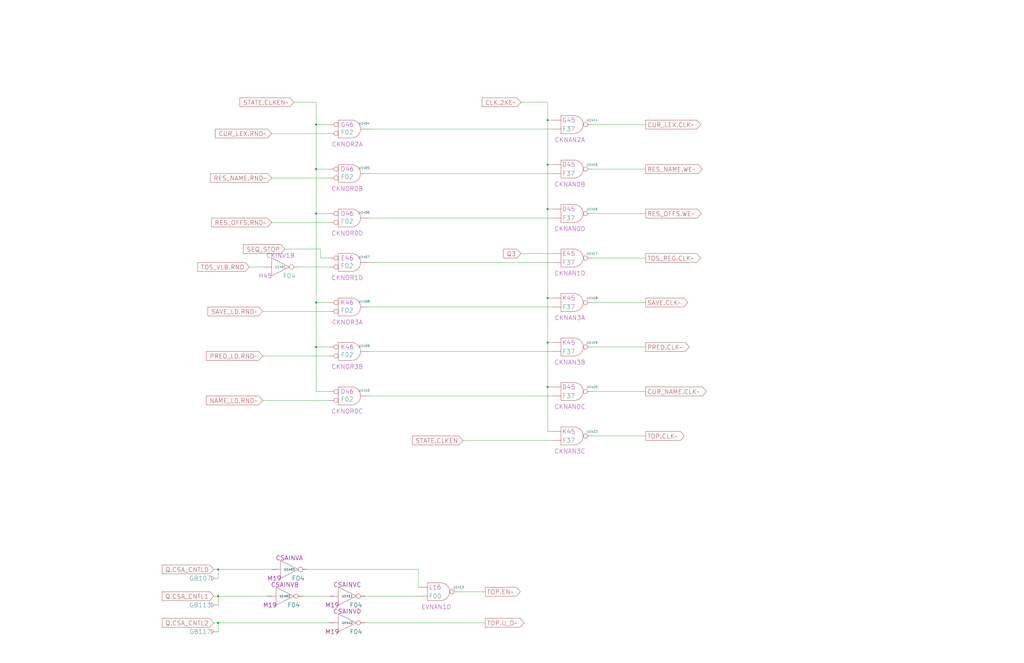
<source format=kicad_sch>
(kicad_sch (version 20230121) (generator eeschema)
  (paper "User" 584.2 378.46)
  (title_block (title "CS DISPLAY REGISTER CONTROL") (date "22-MAY-90") (rev "1.0") (comment 1 "SEQUENCER") (comment 2 "232-003064") (comment 3 "S400") (comment 4 "RELEASED"))
  (lib_symbols
    (symbol "r1000:F00" (pin_numbers hide) (pin_names hide)
      (property "Reference" "U" (at 15.24 0 0))
      (property "Value" "F00" (at 1.905 -5.08 0))
      (property "Location" "___" (at 1.905 0 0))
      (property "Name" "______" (at 2.54 -12.7 0))
      (symbol "F00_0_1"
        (polyline (pts (xy -2.54 -7.62) (xy 5.08 -7.62)) (stroke (width 0.1524)))
        (polyline (pts (xy -2.54 2.54) (xy -2.54 -7.62)) (stroke (width 0.1524)))
        (polyline (pts (xy -2.54 2.54) (xy 5.08 2.54)) (stroke (width 0.1524)))
        (arc (start 5.08 -7.62) (mid 10.1282 -2.54) (end 5.08 2.54) (stroke (width 0.1524)))
        (circle (center 11.43 -2.54) (radius 1.27) (stroke (width 0.1524)))
      )
      (symbol "F00_0_2"
        (circle (center -3.81 -5.08) (radius 1.27) (stroke (width 0.1524)))
        (circle (center -3.81 0) (radius 1.27) (stroke (width 0.1524)))
        (arc (start -3.175 -7.62) (mid -2.134 -2.54) (end -3.175 2.54) (stroke (width 0.1524)))
        (polyline (pts (xy -3.175 -7.62) (xy 3.81 -7.62)) (stroke (width 0.1524)))
        (polyline (pts (xy -3.175 2.54) (xy 3.81 2.54)) (stroke (width 0.1524)))
        (arc (start 3.81 -7.62) (mid 7.5855 -5.8306) (end 10.16 -2.54) (stroke (width 0.1524)))
        (arc (start 10.16 -2.54) (mid 7.5827 0.7471) (end 3.81 2.54) (stroke (width 0.1524)))
      )
      (symbol "F00_1_1"
        (pin input line (at -7.62 0 0) (length 5.08) (name "D0") (number "1"))
        (pin input line (at -7.62 -5.08 0) (length 5.08) (name "D1") (number "2"))
        (pin output line (at 15.24 -2.54 180) (length 2.54) (name "Q") (number "3"))
      )
      (symbol "F00_1_2"
        (pin input line (at -7.62 0 0) (length 2.54) (name "D0") (number "1"))
        (pin input line (at -7.62 -5.08 0) (length 2.54) (name "D1") (number "2"))
        (pin output line (at 15.24 -2.54 180) (length 5.08) (name "Q") (number "3"))
      )
    )
    (symbol "r1000:F02" (pin_numbers hide) (pin_names hide)
      (property "Reference" "U" (at 12.16 0.635 0))
      (property "Value" "F02" (at -1.27 -4.445 0))
      (property "Location" "___" (at 2.54 0 0))
      (property "Name" "______" (at 2.54 -12.7 0))
      (symbol "F02_0_1"
        (arc (start -3.81 -7.62) (mid -2.9847 -2.54) (end -3.81 2.54) (stroke (width 0.1524)))
        (polyline (pts (xy -5.08 -5.08) (xy -3.175 -5.08)) (stroke (width 0.1524)))
        (polyline (pts (xy -5.08 0) (xy -3.175 0)) (stroke (width 0.1524)))
        (polyline (pts (xy -3.81 -7.62) (xy 2.54 -7.62)) (stroke (width 0.1524)))
        (polyline (pts (xy -3.81 2.54) (xy 2.54 2.54)) (stroke (width 0.1524)))
        (polyline (pts (xy 13.97 -2.54) (xy 12.7 -2.54)) (stroke (width 0.1524)))
        (arc (start 2.54 -7.62) (mid 6.9515 -5.9823) (end 10.16 -2.54) (stroke (width 0.1524)))
        (arc (start 10.16 -2.54) (mid 6.9478 0.8966) (end 2.54 2.54) (stroke (width 0.1524)))
        (circle (center 11.43 -2.54) (radius 1.27) (stroke (width 0.1524)))
      )
      (symbol "F02_0_2"
        (circle (center -3.81 -5.08) (radius 1.27) (stroke (width 0.1524)))
        (circle (center -3.81 0) (radius 1.27) (stroke (width 0.1524)))
        (polyline (pts (xy -2.54 -7.62) (xy 5.08 -7.62)) (stroke (width 0.1524)))
        (polyline (pts (xy -2.54 2.54) (xy -2.54 -7.62)) (stroke (width 0.1524)))
        (polyline (pts (xy -2.54 2.54) (xy 5.08 2.54)) (stroke (width 0.1524)))
        (polyline (pts (xy 11.43 -2.54) (xy 10.16 -2.54)) (stroke (width 0.1524)))
        (polyline (pts (xy 11.43 -2.54) (xy 12.7 -2.54)) (stroke (width 0.1524)))
        (arc (start 5.08 -7.62) (mid 10.1282 -2.54) (end 5.08 2.54) (stroke (width 0.1524)))
      )
      (symbol "F02_1_1"
        (pin input line (at -7.62 0 0) (length 2.54) (name "D0") (number "1"))
        (pin input line (at -7.62 -5.08 0) (length 2.54) (name "D1") (number "2"))
        (pin output line (at 15.24 -2.54 180) (length 1.27) (name "Q") (number "3"))
      )
      (symbol "F02_1_2"
        (pin input line (at -7.62 0 0) (length 2.54) (name "D0") (number "1"))
        (pin input line (at -7.62 -5.08 0) (length 2.54) (name "D1") (number "2"))
        (pin output line (at 15.24 -2.54 180) (length 2.54) (name "Q") (number "3"))
      )
    )
    (symbol "r1000:F04" (pin_numbers hide) (pin_names hide)
      (property "Reference" "U" (at 0 0 0))
      (property "Value" "F04" (at 1.27 -5.08 0))
      (property "Location" "___" (at -12.7 -5.08 0))
      (property "Name" "______" (at 0 5.08 0))
      (symbol "F04_0_1"
        (polyline (pts (xy -7.62 0) (xy -5.08 0)) (stroke (width 0.1524)))
        (polyline (pts (xy -5.08 5.08) (xy -5.08 -5.08)) (stroke (width 0.1524)))
        (polyline (pts (xy 5.08 0) (xy -5.08 -5.08)) (stroke (width 0.1524)))
        (polyline (pts (xy 5.08 0) (xy -5.08 5.08)) (stroke (width 0.1524)))
        (circle (center 6.35 0) (radius 1.27) (stroke (width 0.1524)))
      )
      (symbol "F04_1_1"
        (pin input line (at -10.16 0 0) (length 2.54) (name "D0") (number "1"))
        (pin output line (at 10.16 0 180) (length 2.54) (name "Q") (number "2"))
      )
    )
    (symbol "r1000:F37" (pin_numbers hide) (pin_names (offset 0) hide)
      (property "Reference" "U" (at 15.24 0 0))
      (property "Value" "F37" (at 1.905 -5.08 0))
      (property "Location" "___" (at 1.905 0 0))
      (property "Name" "______" (at 2.54 -12.7 0))
      (symbol "F37_0_1"
        (polyline (pts (xy -2.54 -7.62) (xy 5.08 -7.62)) (stroke (width 0.1524)))
        (polyline (pts (xy -2.54 2.54) (xy -2.54 -7.62)) (stroke (width 0.1524)))
        (polyline (pts (xy -2.54 2.54) (xy 5.08 2.54)) (stroke (width 0.1524)))
        (arc (start 5.08 -7.62) (mid 10.1282 -2.54) (end 5.08 2.54) (stroke (width 0.1524)))
        (circle (center 11.43 -2.54) (radius 1.27) (stroke (width 0.1524)))
      )
      (symbol "F37_0_2"
        (circle (center -3.81 -5.08) (radius 1.27) (stroke (width 0.1524)))
        (circle (center -3.81 0) (radius 1.27) (stroke (width 0.1524)))
        (arc (start -3.175 -7.62) (mid -2.134 -2.54) (end -3.175 2.54) (stroke (width 0.1524)))
        (polyline (pts (xy -3.175 -7.62) (xy 3.81 -7.62)) (stroke (width 0.1524)))
        (polyline (pts (xy -3.175 2.54) (xy 3.81 2.54)) (stroke (width 0.1524)))
        (arc (start 3.81 -7.62) (mid 7.5855 -5.8306) (end 10.16 -2.54) (stroke (width 0.1524)))
        (arc (start 10.16 -2.54) (mid 7.5827 0.7471) (end 3.81 2.54) (stroke (width 0.1524)))
      )
      (symbol "F37_1_1"
        (pin input line (at -7.62 0 0) (length 5.08) (name "D0") (number "1"))
        (pin input line (at -7.62 -5.08 0) (length 5.08) (name "D1") (number "2"))
        (pin output line (at 15.24 -2.54 180) (length 2.54) (name "Q") (number "3"))
      )
      (symbol "F37_1_2"
        (pin input line (at -7.62 0 0) (length 2.54) (name "D0") (number "1"))
        (pin input line (at -7.62 -5.08 0) (length 2.54) (name "D1") (number "2"))
        (pin output line (at 15.24 -2.54 180) (length 5.08) (name "Q") (number "3"))
      )
    )
    (symbol "r1000:GB" (pin_numbers hide) (pin_names (offset 0) hide)
      (property "Reference" "GB" (at 3.81 0 0))
      (symbol "GB_0_1"
        (polyline (pts (xy 2.54 0) (xy 3.81 1.27) (xy 3.81 -1.27) (xy 2.54 0)) (stroke (width 0.1524)))
      )
      (symbol "GB_1_1"
        (pin bidirectional line (at 0 0 0) (length 2.54) (name "") (number "1"))
      )
    )
  )
  (junction (at 312.42 195.58))
  (junction (at 312.42 220.98))
  (junction (at 180.34 198.12))
  (junction (at 312.42 119.38))
  (junction (at 312.42 68.58))
  (junction (at 312.42 93.98))
  (junction (at 180.34 71.12))
  (junction (at 180.34 121.92))
  (junction (at 180.34 172.72))
  (junction (at 124.46 340.36))
  (junction (at 124.46 355.6))
  (junction (at 312.42 170.18))
  (junction (at 180.34 96.52))
  (junction (at 124.46 325.12))
  (wire (pts (xy 182.88 147.32) (xy 182.88 142.24)))
  (wire (pts (xy 180.34 71.12) (xy 187.96 71.12)))
  (wire (pts (xy 162.56 142.24) (xy 182.88 142.24)))
  (wire (pts (xy 312.42 58.42) (xy 312.42 68.58)))
  (wire (pts (xy 180.34 96.52) (xy 180.34 121.92)))
  (wire (pts (xy 180.34 198.12) (xy 180.34 172.72)))
  (wire (pts (xy 187.96 172.72) (xy 180.34 172.72)))
  (wire (pts (xy 172.72 340.36) (xy 187.96 340.36)))
  (wire (pts (xy 337.82 223.52) (xy 368.3 223.52)))
  (wire (pts (xy 337.82 71.12) (xy 368.3 71.12)))
  (wire (pts (xy 180.34 58.42) (xy 180.34 71.12)))
  (wire (pts (xy 337.82 172.72) (xy 368.3 172.72)))
  (wire (pts (xy 312.42 119.38) (xy 312.42 170.18)))
  (wire (pts (xy 180.34 223.52) (xy 180.34 198.12)))
  (wire (pts (xy 210.82 149.86) (xy 314.96 149.86)))
  (wire (pts (xy 210.82 226.06) (xy 314.96 226.06)))
  (wire (pts (xy 208.28 340.36) (xy 238.76 340.36)))
  (wire (pts (xy 149.86 228.6) (xy 187.96 228.6)))
  (wire (pts (xy 208.28 355.6) (xy 276.86 355.6)))
  (wire (pts (xy 142.24 152.4) (xy 149.86 152.4)))
  (wire (pts (xy 210.82 99.06) (xy 314.96 99.06)))
  (wire (pts (xy 154.94 127) (xy 187.96 127)))
  (wire (pts (xy 312.42 68.58) (xy 312.42 93.98)))
  (wire (pts (xy 187.96 96.52) (xy 180.34 96.52)))
  (wire (pts (xy 312.42 68.58) (xy 314.96 68.58)))
  (wire (pts (xy 337.82 121.92) (xy 368.3 121.92)))
  (wire (pts (xy 175.26 325.12) (xy 238.76 325.12)))
  (wire (pts (xy 297.18 144.78) (xy 314.96 144.78)))
  (wire (pts (xy 238.76 325.12) (xy 238.76 335.28)))
  (wire (pts (xy 210.82 73.66) (xy 314.96 73.66)))
  (wire (pts (xy 337.82 147.32) (xy 368.3 147.32)))
  (wire (pts (xy 170.18 152.4) (xy 187.96 152.4)))
  (wire (pts (xy 124.46 355.6) (xy 187.96 355.6)))
  (wire (pts (xy 121.92 355.6) (xy 124.46 355.6)))
  (wire (pts (xy 180.34 172.72) (xy 180.34 121.92)))
  (wire (pts (xy 337.82 198.12) (xy 368.3 198.12)))
  (wire (pts (xy 180.34 96.52) (xy 180.34 71.12)))
  (wire (pts (xy 187.96 147.32) (xy 182.88 147.32)))
  (wire (pts (xy 167.64 58.42) (xy 180.34 58.42)))
  (wire (pts (xy 210.82 124.46) (xy 314.96 124.46)))
  (wire (pts (xy 124.46 325.12) (xy 124.46 330.2)))
  (wire (pts (xy 312.42 246.38) (xy 312.42 220.98)))
  (wire (pts (xy 314.96 170.18) (xy 312.42 170.18)))
  (wire (pts (xy 124.46 360.68) (xy 124.46 355.6)))
  (wire (pts (xy 314.96 93.98) (xy 312.42 93.98)))
  (wire (pts (xy 312.42 170.18) (xy 312.42 195.58)))
  (wire (pts (xy 312.42 119.38) (xy 314.96 119.38)))
  (wire (pts (xy 154.94 101.6) (xy 187.96 101.6)))
  (wire (pts (xy 124.46 340.36) (xy 124.46 345.44)))
  (wire (pts (xy 261.62 337.82) (xy 276.86 337.82)))
  (wire (pts (xy 337.82 248.92) (xy 368.3 248.92)))
  (wire (pts (xy 149.86 203.2) (xy 187.96 203.2)))
  (wire (pts (xy 314.96 220.98) (xy 312.42 220.98)))
  (wire (pts (xy 124.46 325.12) (xy 154.94 325.12)))
  (wire (pts (xy 337.82 96.52) (xy 368.3 96.52)))
  (wire (pts (xy 121.92 325.12) (xy 124.46 325.12)))
  (wire (pts (xy 312.42 220.98) (xy 312.42 195.58)))
  (wire (pts (xy 187.96 223.52) (xy 180.34 223.52)))
  (wire (pts (xy 312.42 93.98) (xy 312.42 119.38)))
  (wire (pts (xy 264.16 251.46) (xy 314.96 251.46)))
  (wire (pts (xy 180.34 121.92) (xy 187.96 121.92)))
  (wire (pts (xy 314.96 246.38) (xy 312.42 246.38)))
  (wire (pts (xy 314.96 195.58) (xy 312.42 195.58)))
  (wire (pts (xy 149.86 177.8) (xy 187.96 177.8)))
  (wire (pts (xy 210.82 200.66) (xy 314.96 200.66)))
  (wire (pts (xy 210.82 175.26) (xy 314.96 175.26)))
  (wire (pts (xy 187.96 198.12) (xy 180.34 198.12)))
  (wire (pts (xy 154.94 76.2) (xy 187.96 76.2)))
  (wire (pts (xy 124.46 340.36) (xy 152.4 340.36)))
  (wire (pts (xy 121.92 340.36) (xy 124.46 340.36)))
  (wire (pts (xy 297.18 58.42) (xy 312.42 58.42)))
  (global_label "Q3" (shape input) (at 297.18 144.78 180) (effects (font (size 2.54 2.54))) (property "Intersheetrefs" "${INTERSHEET_REFS}" (at 287.274 144.6213 0) (effects (font (size 1.905 1.905)) (justify right))))
  (global_label "TOP.CLK~" (shape output) (at 368.3 248.92 0) (effects (font (size 2.54 2.54))) (property "Intersheetrefs" "${INTERSHEET_REFS}" (at 390.4222 248.7613 0) (effects (font (size 1.905 1.905)) (justify left))))
  (global_label "CUR_LEX.RND~" (shape input) (at 154.94 76.2 180) (effects (font (size 2.54 2.54))) (property "Intersheetrefs" "${INTERSHEET_REFS}" (at 122.8997 76.0413 0) (effects (font (size 1.905 1.905)) (justify right))))
  (global_label "TOS_VLB.RND" (shape input) (at 142.24 152.4 180) (effects (font (size 2.54 2.54))) (property "Intersheetrefs" "${INTERSHEET_REFS}" (at 112.7397 152.2413 0) (effects (font (size 1.905 1.905)) (justify right))))
  (global_label "Q.CSA_CNTL2" (shape input) (at 121.92 355.6 180) (effects (font (size 2.54 2.54))) (property "Intersheetrefs" "${INTERSHEET_REFS}" (at 92.5407 355.4413 0) (effects (font (size 1.905 1.905)) (justify right))))
  (global_label "Q.CSA_CNTL1" (shape input) (at 121.92 340.36 180) (effects (font (size 2.54 2.54))) (property "Intersheetrefs" "${INTERSHEET_REFS}" (at 92.5407 340.2013 0) (effects (font (size 1.905 1.905)) (justify right))))
  (global_label "CUR_NAME.CLK~" (shape output) (at 368.3 223.52 0) (effects (font (size 2.54 2.54))) (property "Intersheetrefs" "${INTERSHEET_REFS}" (at 403.0012 223.3613 0) (effects (font (size 1.905 1.905)) (justify left))))
  (global_label "TOS_REG.CLK~" (shape output) (at 368.3 147.32 0) (effects (font (size 2.54 2.54))) (property "Intersheetrefs" "${INTERSHEET_REFS}" (at 399.6146 147.1613 0) (effects (font (size 1.905 1.905)) (justify left))))
  (global_label "SEQ_STOP" (shape input) (at 162.56 142.24 180) (effects (font (size 2.54 2.54))) (property "Intersheetrefs" "${INTERSHEET_REFS}" (at 138.8654 142.0813 0) (effects (font (size 1.905 1.905)) (justify right))))
  (global_label "RES_OFFS.RND~" (shape input) (at 154.94 127 180) (effects (font (size 2.54 2.54))) (property "Intersheetrefs" "${INTERSHEET_REFS}" (at 120.7226 126.8413 0) (effects (font (size 1.905 1.905)) (justify right))))
  (global_label "PRED.CLK~" (shape output) (at 368.3 198.12 0) (effects (font (size 2.54 2.54))) (property "Intersheetrefs" "${INTERSHEET_REFS}" (at 393.2041 197.9613 0) (effects (font (size 1.905 1.905)) (justify left))))
  (global_label "TOP.EN~" (shape output) (at 276.86 337.82 0) (effects (font (size 2.54 2.54))) (property "Intersheetrefs" "${INTERSHEET_REFS}" (at 296.805 337.6613 0) (effects (font (size 1.905 1.905)) (justify left))))
  (global_label "STATE.CLKEN" (shape input) (at 264.16 251.46 180) (effects (font (size 2.54 2.54))) (property "Intersheetrefs" "${INTERSHEET_REFS}" (at 235.2645 251.3013 0) (effects (font (size 1.905 1.905)) (justify right))))
  (global_label "TOP.U_D~" (shape output) (at 276.86 355.6 0) (effects (font (size 2.54 2.54))) (property "Intersheetrefs" "${INTERSHEET_REFS}" (at 298.9822 355.4413 0) (effects (font (size 1.905 1.905)) (justify left))))
  (global_label "RES_OFFS.WE~" (shape output) (at 368.3 121.92 0) (effects (font (size 2.54 2.54))) (property "Intersheetrefs" "${INTERSHEET_REFS}" (at 399.9774 121.7613 0) (effects (font (size 1.905 1.905)) (justify left))))
  (global_label "RES_NAME.RND~" (shape input) (at 154.94 101.6 180) (effects (font (size 2.54 2.54))) (property "Intersheetrefs" "${INTERSHEET_REFS}" (at 120.1178 101.4413 0) (effects (font (size 1.905 1.905)) (justify right))))
  (global_label "STATE.CLKEN~" (shape input) (at 167.64 58.42 180) (effects (font (size 2.54 2.54))) (property "Intersheetrefs" "${INTERSHEET_REFS}" (at 130.7616 58.2613 0) (effects (font (size 1.905 1.905)) (justify right))))
  (global_label "NAME_LD.RND~" (shape input) (at 149.86 228.6 180) (effects (font (size 2.54 2.54))) (property "Intersheetrefs" "${INTERSHEET_REFS}" (at 117.6988 228.4413 0) (effects (font (size 1.905 1.905)) (justify right))))
  (global_label "CUR_LEX.CLK~" (shape output) (at 368.3 71.12 0) (effects (font (size 2.54 2.54))) (property "Intersheetrefs" "${INTERSHEET_REFS}" (at 399.7355 70.9613 0) (effects (font (size 1.905 1.905)) (justify left))))
  (global_label "PRED_LD.RND~" (shape input) (at 149.86 203.2 180) (effects (font (size 2.54 2.54))) (property "Intersheetrefs" "${INTERSHEET_REFS}" (at 117.8197 203.0413 0) (effects (font (size 1.905 1.905)) (justify right))))
  (global_label "SAVE.CLK~" (shape output) (at 368.3 172.72 0) (effects (font (size 2.54 2.54))) (property "Intersheetrefs" "${INTERSHEET_REFS}" (at 392.3574 172.5613 0) (effects (font (size 1.905 1.905)) (justify left))))
  (global_label "CLK.2XE~" (shape input) (at 297.18 58.42 180) (effects (font (size 2.54 2.54))) (property "Intersheetrefs" "${INTERSHEET_REFS}" (at 268.8892 58.2613 0) (effects (font (size 1.905 1.905)) (justify right))))
  (global_label "Q.CSA_CNTL0" (shape input) (at 121.92 325.12 180) (effects (font (size 2.54 2.54))) (property "Intersheetrefs" "${INTERSHEET_REFS}" (at 92.5407 324.9613 0) (effects (font (size 1.905 1.905)) (justify right))))
  (global_label "SAVE_LD.RND~" (shape input) (at 149.86 177.8 180) (effects (font (size 2.54 2.54))) (property "Intersheetrefs" "${INTERSHEET_REFS}" (at 118.6664 177.6413 0) (effects (font (size 1.905 1.905)) (justify right))))
  (global_label "RES_NAME.WE~" (shape output) (at 368.3 96.52 0) (effects (font (size 2.54 2.54))) (property "Intersheetrefs" "${INTERSHEET_REFS}" (at 400.5822 96.3613 0) (effects (font (size 1.905 1.905)) (justify left))))
  (symbol (lib_id "r1000:GB") (at 124.46 360.68 0) (mirror y) (unit 1)
    (property "Reference" "GB117" (at 120.65 360.68 0) (effects (font (size 2.54 2.54)) (justify left)))
    (property "Value" "GB" (effects hide))
  )
  (symbol (lib_id "r1000:F02") (at 195.58 121.92 0) (unit 1) (convert 2)
    (property "Reference" "U1406" (at 207.74 121.285 0))
    (property "Value" "F02" (at 194.31 126.365 0) (effects (font (size 2.54 2.54)) (justify left)))
    (property "Location" "D46" (at 198.12 121.92 0) (effects (font (size 2.54 2.54))))
    (property "Name" "CKNOR0D" (at 198.12 134.62 0) (effects (font (size 2.54 2.54)) (justify bottom)))
  )
  (symbol (lib_id "r1000:GB") (at 124.46 345.44 0) (mirror y) (unit 1)
    (property "Reference" "GB113" (at 120.65 345.44 0) (effects (font (size 2.54 2.54)) (justify left)))
    (property "Value" "GB" (effects hide))
  )
  (symbol (lib_id "r1000:F37") (at 322.58 68.58 0) (unit 1)
    (property "Reference" "U1414" (at 337.82 68.58 0))
    (property "Value" "F37" (at 324.485 73.66 0) (effects (font (size 2.54 2.54))))
    (property "Location" "G45" (at 324.485 68.58 0) (effects (font (size 2.54 2.54))))
    (property "Name" "CKNAN2A" (at 325.12 81.28 0) (effects (font (size 2.54 2.54)) (justify bottom)))
  )
  (symbol (lib_id "r1000:F37") (at 322.58 144.78 0) (unit 1)
    (property "Reference" "U1417" (at 337.82 144.78 0))
    (property "Value" "F37" (at 324.485 149.86 0) (effects (font (size 2.54 2.54))))
    (property "Location" "E45" (at 324.485 144.78 0) (effects (font (size 2.54 2.54))))
    (property "Name" "CKNAN1D" (at 325.12 157.48 0) (effects (font (size 2.54 2.54)) (justify bottom)))
  )
  (symbol (lib_id "r1000:F02") (at 195.58 223.52 0) (unit 1) (convert 2)
    (property "Reference" "U1410" (at 207.74 222.885 0))
    (property "Value" "F02" (at 194.31 227.965 0) (effects (font (size 2.54 2.54)) (justify left)))
    (property "Location" "D46" (at 198.12 223.52 0) (effects (font (size 2.54 2.54))))
    (property "Name" "CKNOR0C" (at 198.12 236.22 0) (effects (font (size 2.54 2.54)) (justify bottom)))
  )
  (symbol (lib_id "r1000:F00") (at 246.38 335.28 0) (unit 1)
    (property "Reference" "U1413" (at 261.62 335.28 0))
    (property "Value" "F00" (at 248.285 340.36 0) (effects (font (size 2.54 2.54))))
    (property "Location" "L16" (at 248.285 335.28 0) (effects (font (size 2.54 2.54))))
    (property "Name" "EVNAN1D" (at 248.92 347.98 0) (effects (font (size 2.54 2.54)) (justify bottom)))
  )
  (symbol (lib_id "r1000:GB") (at 124.46 330.2 0) (mirror y) (unit 1)
    (property "Reference" "GB107" (at 120.65 330.2 0) (effects (font (size 2.54 2.54)) (justify left)))
    (property "Value" "GB" (effects hide))
  )
  (symbol (lib_id "r1000:F02") (at 195.58 96.52 0) (unit 1) (convert 2)
    (property "Reference" "U1405" (at 207.74 95.885 0))
    (property "Value" "F02" (at 194.31 100.965 0) (effects (font (size 2.54 2.54)) (justify left)))
    (property "Location" "D46" (at 198.12 96.52 0) (effects (font (size 2.54 2.54))))
    (property "Name" "CKNOR0B" (at 198.12 109.22 0) (effects (font (size 2.54 2.54)) (justify bottom)))
  )
  (symbol (lib_id "r1000:F04") (at 198.12 340.36 0) (unit 1)
    (property "Reference" "U1411" (at 198.12 340.36 0))
    (property "Value" "F04" (at 199.39 345.44 0) (effects (font (size 2.54 2.54)) (justify left)))
    (property "Location" "M19" (at 185.42 345.44 0) (effects (font (size 2.54 2.54)) (justify left)))
    (property "Name" "CSAINVC" (at 198.12 335.28 0) (effects (font (size 2.54 2.54)) (justify bottom)))
  )
  (symbol (lib_id "r1000:F02") (at 195.58 172.72 0) (unit 1) (convert 2)
    (property "Reference" "U1408" (at 207.74 172.085 0))
    (property "Value" "F02" (at 194.31 177.165 0) (effects (font (size 2.54 2.54)) (justify left)))
    (property "Location" "K46" (at 198.12 172.72 0) (effects (font (size 2.54 2.54))))
    (property "Name" "CKNOR3A" (at 198.12 185.42 0) (effects (font (size 2.54 2.54)) (justify bottom)))
  )
  (symbol (lib_id "r1000:F04") (at 165.1 325.12 0) (unit 1)
    (property "Reference" "U1403" (at 165.1 325.12 0))
    (property "Value" "F04" (at 166.37 330.2 0) (effects (font (size 2.54 2.54)) (justify left)))
    (property "Location" "M19" (at 152.4 330.2 0) (effects (font (size 2.54 2.54)) (justify left)))
    (property "Name" "CSAINVA" (at 165.1 320.04 0) (effects (font (size 2.54 2.54)) (justify bottom)))
  )
  (symbol (lib_id "r1000:F37") (at 322.58 220.98 0) (unit 1)
    (property "Reference" "U1420" (at 337.82 220.98 0))
    (property "Value" "F37" (at 324.485 226.06 0) (effects (font (size 2.54 2.54))))
    (property "Location" "D45" (at 324.485 220.98 0) (effects (font (size 2.54 2.54))))
    (property "Name" "CKNAN0C" (at 325.12 233.68 0) (effects (font (size 2.54 2.54)) (justify bottom)))
  )
  (symbol (lib_id "r1000:F37") (at 322.58 170.18 0) (unit 1)
    (property "Reference" "U1418" (at 337.82 170.18 0))
    (property "Value" "F37" (at 324.485 175.26 0) (effects (font (size 2.54 2.54))))
    (property "Location" "K45" (at 324.485 170.18 0) (effects (font (size 2.54 2.54))))
    (property "Name" "CKNAN3A" (at 325.12 182.88 0) (effects (font (size 2.54 2.54)) (justify bottom)))
  )
  (symbol (lib_id "r1000:F04") (at 160.02 152.4 0) (unit 1)
    (property "Reference" "U1401" (at 160.02 152.4 0))
    (property "Value" "F04" (at 161.29 157.48 0) (effects (font (size 2.54 2.54)) (justify left)))
    (property "Location" "H45" (at 147.32 157.48 0) (effects (font (size 2.54 2.54)) (justify left)))
    (property "Name" "CKINV1B" (at 160.02 147.32 0) (effects (font (size 2.54 2.54)) (justify bottom)))
  )
  (symbol (lib_id "r1000:F37") (at 322.58 119.38 0) (unit 1)
    (property "Reference" "U1416" (at 337.82 119.38 0))
    (property "Value" "F37" (at 324.485 124.46 0) (effects (font (size 2.54 2.54))))
    (property "Location" "D45" (at 324.485 119.38 0) (effects (font (size 2.54 2.54))))
    (property "Name" "CKNAN0D" (at 325.12 132.08 0) (effects (font (size 2.54 2.54)) (justify bottom)))
  )
  (symbol (lib_id "r1000:F37") (at 322.58 246.38 0) (unit 1)
    (property "Reference" "U1422" (at 337.82 246.38 0))
    (property "Value" "F37" (at 324.485 251.46 0) (effects (font (size 2.54 2.54))))
    (property "Location" "K45" (at 324.485 246.38 0) (effects (font (size 2.54 2.54))))
    (property "Name" "CKNAN3C" (at 325.12 259.08 0) (effects (font (size 2.54 2.54)) (justify bottom)))
  )
  (symbol (lib_id "r1000:F04") (at 162.56 340.36 0) (unit 1)
    (property "Reference" "U1402" (at 162.56 340.36 0))
    (property "Value" "F04" (at 163.83 345.44 0) (effects (font (size 2.54 2.54)) (justify left)))
    (property "Location" "M19" (at 149.86 345.44 0) (effects (font (size 2.54 2.54)) (justify left)))
    (property "Name" "CSAINVB" (at 162.56 335.28 0) (effects (font (size 2.54 2.54)) (justify bottom)))
  )
  (symbol (lib_id "r1000:F02") (at 195.58 198.12 0) (unit 1) (convert 2)
    (property "Reference" "U1409" (at 207.74 197.485 0))
    (property "Value" "F02" (at 194.31 202.565 0) (effects (font (size 2.54 2.54)) (justify left)))
    (property "Location" "K46" (at 198.12 198.12 0) (effects (font (size 2.54 2.54))))
    (property "Name" "CKNOR3B" (at 198.12 210.82 0) (effects (font (size 2.54 2.54)) (justify bottom)))
  )
  (symbol (lib_id "r1000:F37") (at 322.58 195.58 0) (unit 1)
    (property "Reference" "U1419" (at 337.82 195.58 0))
    (property "Value" "F37" (at 324.485 200.66 0) (effects (font (size 2.54 2.54))))
    (property "Location" "K45" (at 324.485 195.58 0) (effects (font (size 2.54 2.54))))
    (property "Name" "CKNAN3B" (at 325.12 208.28 0) (effects (font (size 2.54 2.54)) (justify bottom)))
  )
  (symbol (lib_id "r1000:F02") (at 195.58 71.12 0) (unit 1) (convert 2)
    (property "Reference" "U1404" (at 207.74 70.485 0))
    (property "Value" "F02" (at 194.31 75.565 0) (effects (font (size 2.54 2.54)) (justify left)))
    (property "Location" "G46" (at 198.12 71.12 0) (effects (font (size 2.54 2.54))))
    (property "Name" "CKNOR2A" (at 198.12 83.82 0) (effects (font (size 2.54 2.54)) (justify bottom)))
  )
  (symbol (lib_id "r1000:F04") (at 198.12 355.6 0) (unit 1)
    (property "Reference" "U1412" (at 198.12 355.6 0))
    (property "Value" "F04" (at 199.39 360.68 0) (effects (font (size 2.54 2.54)) (justify left)))
    (property "Location" "M19" (at 185.42 360.68 0) (effects (font (size 2.54 2.54)) (justify left)))
    (property "Name" "CSAINVD" (at 198.12 350.52 0) (effects (font (size 2.54 2.54)) (justify bottom)))
  )
  (symbol (lib_id "r1000:F37") (at 322.58 93.98 0) (unit 1)
    (property "Reference" "U1415" (at 337.82 93.98 0))
    (property "Value" "F37" (at 324.485 99.06 0) (effects (font (size 2.54 2.54))))
    (property "Location" "D45" (at 324.485 93.98 0) (effects (font (size 2.54 2.54))))
    (property "Name" "CKNAN0B" (at 325.12 106.68 0) (effects (font (size 2.54 2.54)) (justify bottom)))
  )
  (symbol (lib_id "r1000:F02") (at 195.58 147.32 0) (unit 1) (convert 2)
    (property "Reference" "U1407" (at 207.74 146.685 0))
    (property "Value" "F02" (at 194.31 151.765 0) (effects (font (size 2.54 2.54)) (justify left)))
    (property "Location" "E46" (at 198.12 147.32 0) (effects (font (size 2.54 2.54))))
    (property "Name" "CKNOR1D" (at 198.12 160.02 0) (effects (font (size 2.54 2.54)) (justify bottom)))
  )
)
</source>
